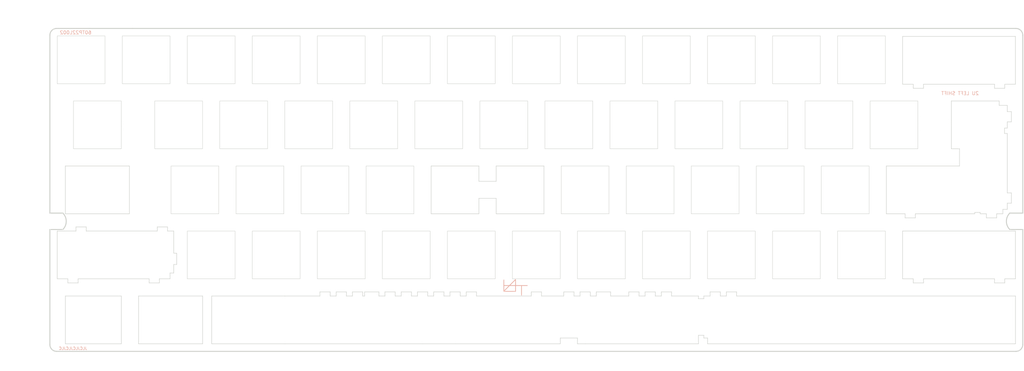
<source format=kicad_pcb>
(kicad_pcb (version 20211014) (generator pcbnew)
  (layers (0 "F.Cu" signal) (31 "B.Cu" signal) (34 "B.Paste" user) (35 "F.Paste" user) (36 "B.SilkS" user "B.Silkscreen") (37 "F.SilkS" user "F.Silkscreen") (38 "B.Mask" user) (39 "F.Mask" user) (44 "Edge.Cuts" user))
  (net 0 "")
  (net 1 "GND")
  (footprint "Keyboard_JP:1U_Plate" (layer "F.Cu") (at 145.25625 119.0625)
    (fp_text reference "1U_Plate")
    (fp_text value "1U_Plate")
    (fp_rect (start 7 7) (end -7 -7) (layer "Edge.Cuts") (width 0.12) (fill none))
  )
  (footprint "Keyboard_JP:Key_Plate_1U" (layer "F.Cu") (at 126.20625 61.9125)
    (fp_text reference "1U_Plate")
    (fp_text value "Key_Plate_1U")
    (fp_rect (start 7 7) (end -7 -7) (layer "Edge.Cuts") (width 0.12) (fill none))
  )
  (footprint "Keyboard_JP:Key_Plate_1U" (layer "F.Cu") (at 269.08125 80.9625)
    (fp_text reference "1U_Plate")
    (fp_text value "Key_Plate_1U")
    (fp_rect (start 7 7) (end -7 -7) (layer "Edge.Cuts") (width 0.12) (fill none))
  )
  (footprint "Keyboard_JP:1U_Plate" (layer "F.Cu") (at 126.20625 119.0625)
    (fp_text reference "1U_Plate")
    (fp_text value "1U_Plate")
    (fp_rect (start 7 7) (end -7 -7) (layer "Edge.Cuts") (width 0.12) (fill none))
  )
  (footprint "Keyboard_JP:1U_Plate" (layer "F.Cu") (at 164.30625 119.0625)
    (fp_text reference "1U_Plate")
    (fp_text value "1U_Plate")
    (fp_rect (start 7 7) (end -7 -7) (layer "Edge.Cuts") (width 0.12) (fill none))
  )
  (footprint "Keyboard_JP:Key_Plate_1U" (layer "F.Cu") (at 192.88125 80.9625)
    (fp_text reference "1U_Plate")
    (fp_text value "Key_Plate_1U")
    (fp_rect (start 7 7) (end -7 -7) (layer "Edge.Cuts") (width 0.12) (fill none))
  )
  (footprint "Keyboard_JP:1U_Plate" (layer "F.Cu") (at 278.60625 119.0625)
    (fp_text reference "1U_Plate")
    (fp_text value "1U_Plate")
    (fp_rect (start 7 7) (end -7 -7) (layer "Edge.Cuts") (width 0.12) (fill none))
  )
  (footprint "Keyboard_JP:Key_Plate_1U" (layer "F.Cu") (at 135.73125 80.9625)
    (fp_text reference "1U_Plate")
    (fp_text value "Key_Plate_1U")
    (fp_rect (start 7 7) (end -7 -7) (layer "Edge.Cuts") (width 0.12) (fill none))
  )
  (footprint "Keyboard_JP:Key_Plate_1U" (layer "F.Cu") (at 107.15625 61.9125)
    (fp_text reference "1U_Plate")
    (fp_text value "Key_Plate_1U")
    (fp_rect (start 7 7) (end -7 -7) (layer "Edge.Cuts") (width 0.12) (fill none))
  )
  (footprint "Keyboard_JP:Key_Plate_1U" (layer "F.Cu") (at 311.94375 100.0125)
    (fp_text reference "1U_Plate")
    (fp_text value "Key_Plate_1U")
    (fp_rect (start 7 7) (end -7 -7) (layer "Edge.Cuts") (width 0.12) (fill none))
  )
  (footprint "Keyboard_JP:1U_Plate" (layer "F.Cu") (at 183.35625 119.0625)
    (fp_text reference "1U_Plate")
    (fp_text value "1U_Plate")
    (fp_rect (start 7 7) (end -7 -7) (layer "Edge.Cuts") (width 0.12) (fill none))
  )
  (footprint "Keyboard_JP:Key_Plate_1U" (layer "F.Cu") (at 230.98125 80.9625)
    (fp_text reference "1U_Plate")
    (fp_text value "Key_Plate_1U")
    (fp_rect (start 7 7) (end -7 -7) (layer "Edge.Cuts") (width 0.12) (fill none))
  )
  (footprint "Keyboard_JP:Key_Plate_1U" (layer "F.Cu") (at 278.60625 61.9125)
    (fp_text reference "1U_Plate")
    (fp_text value "Key_Plate_1U")
    (fp_rect (start 7 7) (end -7 -7) (layer "Edge.Cuts") (width 0.12) (fill none))
  )
  (footprint "Keyboard_JP:Key_Plate_1U" (layer "F.Cu") (at 254.79375 100.0125)
    (fp_text reference "1U_Plate")
    (fp_text value "Key_Plate_1U")
    (fp_rect (start 7 7) (end -7 -7) (layer "Edge.Cuts") (width 0.12) (fill none))
  )
  (footprint "Keyboard_JP:Key_Plate_1U" (layer "F.Cu") (at 235.74375 100.0125)
    (fp_text reference "1U_Plate")
    (fp_text value "Key_Plate_1U")
    (fp_rect (start 7 7) (end -7 -7) (layer "Edge.Cuts") (width 0.12) (fill none))
  )
  (footprint "Keyboard_JP:Key_Plate_1U" (layer "F.Cu") (at 183.35625 61.9125)
    (fp_text reference "1U_Plate")
    (fp_text value "Key_Plate_1U")
    (fp_rect (start 7 7) (end -7 -7) (layer "Edge.Cuts") (width 0.12) (fill none))
  )
  (footprint "Keyboard_JP:Key_Plate_1U" (layer "F.Cu") (at 211.93125 80.9625)
    (fp_text reference "1U_Plate")
    (fp_text value "Key_Plate_1U")
    (fp_rect (start 7 7) (end -7 -7) (layer "Edge.Cuts") (width 0.12) (fill none))
  )
  (footprint "Keyboard_JP:Key_Plate_1U" (layer "F.Cu") (at 307.18125 80.9625)
    (fp_text reference "1U_Plate")
    (fp_text value "Key_Plate_1U")
    (fp_rect (start 7 7) (end -7 -7) (layer "Edge.Cuts") (width 0.12) (fill none))
  )
  (footprint "Keyboard_JP:Key_Plate_1U" (layer "F.Cu") (at 116.68125 80.9625)
    (fp_text reference "1U_Plate")
    (fp_text value "Key_Plate_1U")
    (fp_rect (start 7 7) (end -7 -7) (layer "Edge.Cuts") (width 0.12) (fill none))
  )
  (footprint "Keyboard_JP:60_plate_outline" (layer "F.Cu") (at 221.45625 100.0125)
    (fp_text reference "H1" hide)
    (fp_text value "MountingHole_Pad" hide)
    (fp_line (start 142.5 6.8) (end 142.5 -45.3) (layer "Edge.Cuts") (width 0.3))
    (fp_line (start 138.7 6.8) (end 142.5 6.8) (layer "Edge.Cuts") (width 0.3))
    (fp_line (start 140.5 -47.3) (end -118.3 -47.3) (layer "Edge.Cuts") (width 0.3))
    (fp_line (start -142.5 6.8) (end -142.5 -45.3) (layer "Edge.Cuts") (width 0.3))
    (fp_line (start -140.5 -47.3) (end -130.96875 -47.3) (layer "Edge.Cuts") (width 0.3))
    (fp_line (start -140.5 47.3) (end 140.5 47.3) (layer "Edge.Cuts") (width 0.3))
    (fp_line (start -142.5 45.3) (end -142.5 11.6) (layer "Edge.Cuts") (width 0.3))
    (fp_line (start 142.5 11.6) (end 142.5 45.3) (layer "Edge.Cuts") (width 0.3))
    (fp_line (start 138.7 11.6) (end 142.5 11.6) (layer "Edge.Cuts") (width 0.3))
    (fp_line (start -142.5 11.6) (end -138.7 11.6) (layer "Edge.Cuts") (width 0.3))
    (fp_line (start -138.7 6.8) (end -142.5 6.8) (layer "Edge.Cuts") (width 0.3))
    (fp_line (start -118.3 -47.3) (end -130.96875 -47.3) (layer "Edge.Cuts") (width 0.3))
    (fp_arc (start -142.5 -45.3) (mid -141.914214 -46.714214) (end -140.5 -47.3) (layer "Edge.Cuts") (width 0.3))
    (fp_arc (start 138.7 11.6) (mid 137.705887 9.2) (end 138.7 6.8) (layer "Edge.Cuts") (width 0.3))
    (fp_arc (start 140.5 -47.3) (mid 141.914214 -46.714214) (end 142.5 -45.3) (layer "Edge.Cuts") (width 0.3))
    (fp_arc (start -138.7 6.8) (mid -137.705887 9.2) (end -138.7 11.6) (layer "Edge.Cuts") (width 0.3))
    (fp_arc (start 142.5 45.3) (mid 141.914214 46.714214) (end 140.5 47.3) (layer "Edge.Cuts") (width 0.3))
    (fp_arc (start -140.5 47.3) (mid -141.914214 46.714214) (end -142.5 45.3) (layer "Edge.Cuts") (width 0.3))
    (pad "" np_thru_hole oval (at 116.68125 -19.4) (size 8.5 6) (drill oval 8.5 6) (layers F&B.Cu *.Mask))
    (pad "" np_thru_hole circle (at -117.299994 -19.400012) (size 7 7) (drill 7) (layers F&B.Cu *.Mask))
  )
  (footprint "Keyboard_JP:Key_Plate_1U" (layer "F.Cu") (at 145.25625 61.9125)
    (fp_text reference "1U_Plate")
    (fp_text value "Key_Plate_1U")
    (fp_rect (start 7 7) (end -7 -7) (layer "Edge.Cuts") (width 0.12) (fill none))
  )
  (footprint "Keyboard_JP:1U_Plate" (layer "F.Cu") (at 240.50625 119.0625)
    (fp_text reference "1U_Plate")
    (fp_text value "1U_Plate")
    (fp_rect (start 7 7) (end -7 -7) (layer "Edge.Cuts") (width 0.12) (fill none))
  )
  (footprint "Keyboard_JP:BS_plate_sprit_2u" (layer "F.Cu") (at 345.28125 61.9125)
    (fp_text reference "BS_PLATE_MULTI")
    (fp_text value "BS_plate_sprit_2u")
    (fp_line (start 13.40625 8.34375) (end 10.40625 8.34375) (layer "Edge.Cuts") (width 0.15))
    (fp_line (start -10.40625 7.14375) (end -10.40625 8.34375) (layer "Edge.Cuts") (width 0.15))
    (fp_line (start 13.40625 7.14375) (end 13.40625 8.34375) (layer "Edge.Cuts") (width 0.15))
    (fp_line (start -13.40625 8.34375) (end -13.40625 7.14375) (layer "Edge.Cuts") (width 0.15))
    (fp_line (start 10.40625 8.34375) (end 10.40625 7.14375) (layer "Edge.Cuts") (width 0.15))
    (fp_line (start 16.525 7.14375) (end 13.40625 7.14375) (layer "Edge.Cuts") (width 0.15))
    (fp_line (start -16.525 7.14375) (end -16.525 -6.85625) (layer "Edge.Cuts") (width 0.15))
    (fp_line (start -13.40625 7.14375) (end -16.525 7.14375) (layer "Edge.Cuts") (width 0.15))
    (fp_line (start -10.40625 8.34375) (end -13.40625 8.34375) (layer "Edge.Cuts") (width 0.15))
    (fp_line (start -16.525 -6.85625) (end 16.525 -6.85625) (layer "Edge.Cuts") (width 0.15))
    (fp_line (start 16.525 -6.85625) (end 16.525 7.14375) (layer "Edge.Cuts") (width 0.15))
    (fp_line (start 10.40625 7.14375) (end -10.40625 7.14375) (layer "Edge.Cuts") (width 0.15))
  )
  (footprint "Keyboard_JP:Key_Plate_1U" (layer "F.Cu") (at 316.70625 61.9125)
    (fp_text reference "1U_Plate")
    (fp_text value "Key_Plate_1U")
    (fp_rect (start 7 7) (end -7 -7) (layer "Edge.Cuts") (width 0.12) (fill none))
  )
  (footprint "Keyboard_JP:1U_Plate" (layer "F.Cu") (at 259.55625 119.0625)
    (fp_text reference "1U_Plate")
    (fp_text value "1U_Plate")
    (fp_rect (start 7 7) (end -7 -7) (layer "Edge.Cuts") (width 0.12) (fill none))
  )
  (footprint "Keyboard_JP:Key_Plate_1U" (layer "F.Cu") (at 154.78125 80.9625)
    (fp_text reference "1U_Plate")
    (fp_text value "Key_Plate_1U")
    (fp_rect (start 7 7) (end -7 -7) (layer "Edge.Cuts") (width 0.12) (fill none))
  )
  (footprint "Keyboard_JP:Key_Plate_1U" (layer "F.Cu") (at 297.65625 61.9125)
    (fp_text reference "1U_Plate")
    (fp_text value "Key_Plate_1U")
    (fp_rect (start 7 7) (end -7 -7) (layer "Edge.Cuts") (width 0.12) (fill none))
  )
  (footprint "Keyboard_JP:Key_Plate_1U" (layer "F.Cu") (at 173.83125 80.9625)
    (fp_text reference "1U_Plate")
    (fp_text value "Key_Plate_1U")
    (fp_rect (start 7 7) (end -7 -7) (layer "Edge.Cuts") (width 0.12) (fill none))
  )
  (footprint "Keyboard_JP:Key_Plate_1U" (layer "F.Cu") (at 240.50625 61.9125)
    (fp_text reference "1U_Plate")
    (fp_text value "Key_Plate_1U")
    (fp_rect (start 7 7) (end -7 -7) (layer "Edge.Cuts") (width 0.12) (fill none))
  )
  (footprint "Keyboard_JP:Key_Plate_1U" (layer "F.Cu") (at 178.59375 100.0125)
    (fp_text reference "1U_Plate")
    (fp_text value "Key_Plate_1U")
    (fp_rect (start 7 7) (end -7 -7) (layer "Edge.Cuts") (width 0.12) (fill none))
  )
  (footprint "Keyboard_JP:Key_Plate_1U" (layer "F.Cu") (at 121.44375 100.0125)
    (fp_text reference "1U_Plate")
    (fp_text value "Key_Plate_1U")
    (fp_rect (start 7 7) (end -7 -7) (layer "Edge.Cuts") (width 0.12) (fill none))
  )
  (footprint "Keyboard_JP:Key_Plate_1U" (layer "F.Cu") (at 250.03125 80.9625)
    (fp_text reference "1U_Plate")
    (fp_text value "Key_Plate_1U")
    (fp_rect (start 7 7) (end -7 -7) (layer "Edge.Cuts") (width 0.12) (fill none))
  )
  (footprint "Keyboard_JP:Key_Plate_1U" (layer "F.Cu") (at 92.86875 80.9625)
    (fp_text reference "1U_Plate")
    (fp_text value "Key_Plate_1U")
    (fp_rect (start 7 7) (end -7 -7) (layer "Edge.Cuts") (width 0.12) (fill none))
  )
  (footprint "Keyboard_JP:Key_Plate_1U" (layer "F.Cu") (at 221.45625 61.9125)
    (fp_text reference "1U_Plate")
    (fp_text value "Key_Plate_1U")
    (fp_rect (start 7 7) (end -7 -7) (layer "Edge.Cuts") (width 0.12) (fill none))
  )
  (footprint "Keyboard_JP:1U_Plate" (layer "F.Cu") (at 297.65625 119.0625)
    (fp_text reference "1U_Plate")
    (fp_text value "1U_Plate")
    (fp_rect (start 7 7) (end -7 -7) (layer "Edge.Cuts") (width 0.12) (fill none))
  )
  (footprint "Keyboard_JP:Key_Plate_1U" (layer "F.Cu") (at 140.49375 100.0125)
    (fp_text reference "1U_Plate")
    (fp_text value "Key_Plate_1U")
    (fp_rect (start 7 7) (end -7 -7) (layer "Edge.Cuts") (width 0.12) (fill none))
  )
  (footprint "Keyboard_JP:Key_Plate_1U" (layer "F.Cu") (at 259.55625 61.9125)
    (fp_text reference "1U_Plate")
    (fp_text value "Key_Plate_1U")
    (fp_rect (start 7 7) (end -7 -7) (layer "Edge.Cuts") (width 0.12) (fill none))
  )
  (footprint "Keyboard_JP:1U_Plate" (layer "F.Cu") (at 202.40625 119.0625)
    (fp_text reference "1U_Plate")
    (fp_text value "1U_Plate")
    (fp_rect (start 7 7) (end -7 -7) (layer "Edge.Cuts") (width 0.12) (fill none))
  )
  (footprint "Keyboard_JP:Key_Plate_1U" (layer "F.Cu") (at 292.89375 100.0125)
    (fp_text reference "1U_Plate")
    (fp_text value "Key_Plate_1U")
    (fp_rect (start 7 7) (end -7 -7) (layer "Edge.Cuts") (width 0.12) (fill none))
  )
  (footprint "Keyboard_JP:Key_Plate_1U" (layer "F.Cu") (at 159.54375 100.0125)
    (fp_text reference "1U_Plate")
    (fp_text value "Key_Plate_1U")
    (fp_rect (start 7 7) (end -7 -7) (layer "Edge.Cuts") (width 0.12) (fill none))
  )
  (footprint "Keyboard_JP:Key_Plate_1U" (layer "F.Cu") (at 88.10625 61.9125)
    (fp_text reference "1U_Plate")
    (fp_text value "Key_Plate_1U")
    (fp_rect (start 7 7) (end -7 -7) (layer "Edge.Cuts") (width 0.12) (fill none))
  )
  (footprint "Keyboard_JP:Key_Plate_1U" (layer "F.Cu") (at 326.23125 80.9625)
    (fp_text reference "1U_Plate")
    (fp_text value "Key_Plate_1U")
    (fp_rect (start 7 7) (end -7 -7) (layer "Edge.Cuts") (width 0.12) (fill none))
  )
  (footprint "Keyboard_JP:Key_Plate_1U" (layer "F.Cu") (at 288.13125 80.9625)
    (fp_text reference "1U_Plate")
    (fp_text value "Key_Plate_1U")
    (fp_rect (start 7 7) (end -7 -7) (layer "Edge.Cuts") (width 0.12) (fill none))
  )
  (footprint "Keyboard_JP:Key_Plate_1U" (layer "F.Cu") (at 164.30625 61.9125)
    (fp_text reference "1U_Plate")
    (fp_text value "Key_Plate_1U")
    (fp_rect (start 7 7) (end -7 -7) (layer "Edge.Cuts") (width 0.12) (fill none))
  )
  (footprint "Keyboard_JP:Key_Plate_1U" (layer "F.Cu") (at 273.84375 100.0125)
    (fp_text reference "1U_Plate")
    (fp_text value "Key_Plate_1U")
    (fp_rect (start 7 7) (end -7 -7) (layer "Edge.Cuts") (width 0.12) (fill none))
  )
  (footprint "Keyboard_JP:Key_Plate_1U" (layer "F.Cu") (at 202.40625 61.9125)
    (fp_text reference "1U_Plate")
    (fp_text value "Key_Plate_1U")
    (fp_rect (start 7 7) (end -7 -7) (layer "Edge.Cuts") (width 0.12) (fill none))
  )
  (footprint "Keyboard_JP:1U_Plate" (layer "F.Cu") (at 316.70625 119.0625)
    (fp_text reference "1U_Plate")
    (fp_text value "1U_Plate")
    (fp_rect (start 7 7) (end -7 -7) (layer "Edge.Cuts") (width 0.12) (fill none))
  )
  (footprint "Keyboard_JP:1U_Plate" (layer "F.Cu") (at 221.45625 119.0625)
    (fp_text reference "1U_Plate")
    (fp_text value "1U_Plate")
    (fp_rect (start 7 7) (end -7 -7) (layer "Edge.Cuts") (width 0.12) (fill none))
  )
  (footprint "Keyboard_JP:THUN_PCB_logo_mini" (layer "B.Cu") (at 215.503125 128.5875 180)
    (fp_text reference "THU_PCB_logo_mini")
    (fp_text value "LOGO" hide)
    (fp_poly (pts (xy 0.164126 2.407592) (xy 0.17039 2.40564) (xy 0.175634 2.401724) (xy 0.177638 2.399871) (xy 0.186771 2.392902) (xy 0.193065 2.390785) (xy 0.200574 2.390701) (xy 0.213121 2.388864) (xy 0.215 2.388497) (xy 0.227348 2.382764) (xy 0.245386 2.369629) (xy 0.268609 2.34954) (xy 0.296512 2.322945) (xy 0.328592 2.290294) (xy 0.345648 2.272258) (xy 0.351334 2.266423) (xy 0.363767 2.253851) (xy 0.382618 2.234871) (xy 0.407558 2.209812) (xy 0.438259 2.179004) (xy 0.47439 2.142775) (xy 0.515624 2.101455) (xy 0.561632 2.055373) (xy 0.612085 2.004859) (xy 0.666654 1.950241) (xy 0.72501 1.891848) (xy 0.786825 1.830011) (xy 0.851769 1.765058) (xy 0.919514 1.697318) (xy 0.98973 1.627121) (xy 1.06209 1.554796) (xy 1.136263 1.480672) (xy 1.161567 1.455389) (xy 1.954337 0.663277) (xy 2.700918 0.662789) (xy 2.7866 0.662745) (xy 2.869585 0.662727) (xy 2.949319 0.662734) (xy 3.025249 0.662765) (xy 3.096821 0.662818) (xy 3.163481 0.662893) (xy 3.224675 0.662988) (xy 3.279848 0.663103) (xy 3.328448 0.663236) (xy 3.369919 0.663387) (xy 3.403708 0.663555) (xy 3.429262 0.663738) (xy 3.446026 0.663935) (xy 3.453446 0.664145) (xy 3.45375 0.664186) (xy 3.454598 0.666251) (xy 3.455371 0.672171) (xy 3.456071 0.682336) (xy 3.456703 0.697133) (xy 3.457268 0.716953) (xy 3.457771 0.742183) (xy 3.458213 0.773213) (xy 3.458598 0.810431) (xy 3.458929 0.854228) (xy 3.459209 0.90499) (xy 3.459442 0.963109) (xy 3.459629 1.028971) (xy 3.459775 1.102967) (xy 3.459881 1.185485) (xy 3.459952 1.276915) (xy 3.459991 1.377644) (xy 3.46 1.465127) (xy 3.460018 1.553834) (xy 3.460073 1.639876) (xy 3.460162 1.722718) (xy 3.460282 1.801822) (xy 3.460433 1.876652) (xy 3.460612 1.946672) (xy 3.460817 2.011344) (xy 3.461045 2.070133) (xy 3.461296 2.122501) (xy 3.461566 2.167913) (xy 3.461855 2.205832) (xy 3.462159 2.23572) (xy 3.462477 2.257043) (xy 3.462807 2.269262) (xy 3.463034 2.272092) (xy 3.465168 2.274767) (xy 3.47007 2.276773) (xy 3.478993 2.278202) (xy 3.493191 2.279147) (xy 3.513915 2.2797) (xy 3.542418 2.279953) (xy 3.570534 2.280001) (xy 3.675 2.28) (xy 3.675555 2.265) (xy 3.67597 2.250439) (xy 3.676111 2.24) (xy 3.676109 2.021646) (xy 3.676102 1.813071) (xy 3.676091 1.614052) (xy 3.676074 1.424371) (xy 3.676051 1.243804) (xy 3.67602 1.072132) (xy 3.675982 0.909132) (xy 3.675935 0.754584) (xy 3.675878 0.608266) (xy 3.675812 0.469957) (xy 3.675735 0.339436) (xy 3.675647 0.216482) (xy 3.675547 0.100873) (xy 3.675434 -0.007611) (xy 3.675308 -0.109192) (xy 3.675168 -0.204092) (xy 3.675013 -0.292531) (xy 3.674842 -0.37473) (xy 3.674655 -0.450911) (xy 3.674451 -0.521295) (xy 3.67423 -0.586103) (xy 3.67399 -0.645557) (xy 3.673731 -0.699877) (xy 3.673452 -0.749285) (xy 3.673153 -0.794002) (xy 3.672833 -0.83425) (xy 3.672492 -0.870248) (xy 3.672127 -0.90222) (xy 3.67174 -0.930385) (xy 3.671328 -0.954965) (xy 3.670892 -0.976182) (xy 3.670431 -0.994256) (xy 3.669943 -1.009408) (xy 3.669429 -1.021861) (xy 3.668887 -1.031834) (xy 3.668318 -1.03955) (xy 3.667719 -1.04523) (xy 3.667091 -1.049094) (xy 3.666433 -1.051364) (xy 3.665744 -1.052262) (xy 3.665707 -1.052275) (xy 3.660311 -1.056063) (xy 3.656688 -1.064717) (xy 3.654105 -1.080385) (xy 3.653221 -1.088862) (xy 3.649176 -1.120275) (xy 3.643335 -1.144515) (xy 3.634908 -1.164355) (xy 3.628792 -1.174536) (xy 3.618617 -1.190108) (xy 3.607491 -1.207443) (xy 3.605 -1.211376) (xy 3.59586 -1.223572) (xy 3.585014 -1.231782) (xy 3.568914 -1.238435) (xy 3.5625 -1.240499) (xy 3.559566 -1.24134) (xy 3.556142 -1.242129) (xy 3.551912 -1.242868) (xy 3.54656 -1.243558) (xy 3.539772 -1.2442) (xy 3.531233 -1.244798) (xy 3.520627 -1.245352) (xy 3.507639 -1.245864) (xy 3.491954 -1.246336) (xy 3.473258 -1.246769) (xy 3.451234 -1.247166) (xy 3.425568 -1.247527) (xy 3.395945 -1.247856) (xy 3.362049 -1.248152) (xy 3.323566 -1.248418) (xy 3.28018 -1.248656) (xy 3.231576 -1.248867) (xy 3.17744 -1.249054) (xy 3.117455 -1.249217) (xy 3.051307 -1.249358) (xy 2.978681 -1.24948) (xy 2.899262 -1.249583) (xy 2.812734 -1.24967) (xy 2.718783 -1.249742) (xy 2.617092 -1.249801) (xy 2.507348 -1.249848) (xy 2.389235 -1.249886) (xy 2.262438 -1.249916) (xy 2.126642 -1.249939) (xy 1.981531 -1.249958) (xy 1.826791 -1.249974) (xy 1.798547 -1.249977) (xy 1.645888 -1.249977) (xy 1.498728 -1.249951) (xy 1.357298 -1.2499) (xy 1.221835 -1.249823) (xy 1.092571 -1.249721) (xy 0.96974 -1.249595) (xy 0.853576 -1.249445) (xy 0.744313 -1.249273) (xy 0.642185 -1.249078) (xy 0.547426 -1.248861) (xy 0.460269 -1.248623) (xy 0.380949 -1.248365) (xy 0.309699 -1.248087) (xy 0.246753 -1.247789) (xy 0.192344 -1.247473) (xy 0.146708 -1.247138) (xy 0.110077 -1.246786) (xy 0.082686 -1.246417) (xy 0.064768 -1.246031) (xy 0.056557 -1.24563) (xy 0.056047 -1.245526) (xy 0.046494 -1.238565) (xy 0.036605 -1.229209) (xy 0.03391 -1.225662) (xy 0.031447 -1.220783) (xy 0.029205 -1.214133) (xy 0.027173 -1.205278) (xy 0.025343 -1.193781) (xy 0.023703 -1.179205) (xy 0.022243 -1.161116) (xy 0.020954 -1.139077) (xy 0.019824 -1.112651) (xy 0.018843 -1.081403) (xy 0.018002 -1.044896) (xy 0.017735 -1.029091) (xy 0.228373 -1.029091) (xy 0.240436 -1.030795) (xy 0.247174 -1.031047) (xy 0.263362 -1.031276) (xy 0.288536 -1.031485) (xy 0.32223 -1.031672) (xy 0.363979 -1.03184) (xy 0.413318 -1.031987) (xy 0.469783 -1.032115) (xy 0.532909 -1.032224) (xy 0.60223 -1.032314) (xy 0.677281 -1.032387) (xy 0.757598 -1.032442) (xy 0.842716 -1.032479) (xy 0.932169 -1.0325) (xy 1.025493 -1.032505) (xy 1.122222 -1.032494) (xy 1.221892 -1.032468) (xy 1.324038 -1.032427) (xy 1.428194 -1.032372) (xy 1.533896 -1.032303) (xy 1.640679 -1.03222) (xy 1.748077 -1.032125) (xy 1.855627 -1.032017) (xy 1.962862 -1.031897) (xy 2.069318 -1.031765) (xy 2.17453 -1.031622) (xy 2.278033 -1.031469) (xy 2.379361 -1.031306) (xy 2.478051 -1.031132) (xy 2.573637 -1.03095) (xy 2.665653 -1.030758) (xy 2.753636 -1.030559) (xy 2.83712 -1.030351) (xy 2.91564 -1.030136) (xy 2.988731 -1.029915) (xy 3.055928 -1.029686) (xy 3.116766 -1.029452) (xy 3.17078 -1.029212) (xy 3.217506 -1.028967) (xy 3.256477 -1.028717) (xy 3.28723 -1.028464) (xy 3.3093 -1.028206) (xy 3.32222 -1.027945) (xy 3.325663 -1.027727) (xy 3.322245 -1.023849) (xy 3.31208 -1.013236) (xy 3.295495 -0.996218) (xy 3.272819 -0.973125) (xy 3.24438 -0.944289) (xy 3.210508 -0.910039) (xy 3.171529 -0.870706) (xy 3.127774 -0.82662) (xy 3.079569 -0.778113) (xy 3.066561 -0.765037) (xy 3.345327 -0.765037) (xy 3.346569 -0.767627) (xy 3.349362 -0.77125) (xy 3.35666 -0.779023) (xy 3.359917 -0.778989) (xy 3.36 -0.778112) (xy 3.356583 -0.773938) (xy 3.35125 -0.769362) (xy 3.345327 -0.765037) (xy 3.066561 -0.765037) (xy 3.027244 -0.725514) (xy 2.971126 -0.669154) (xy 2.911545 -0.609364) (xy 2.848828 -0.546474) (xy 2.818849 -0.516433) (xy 3.095805 -0.516433) (xy 3.097022 -0.519227) (xy 3.102057 -0.524595) (xy 3.104951 -0.523494) (xy 3.105 -0.522795) (xy 3.101448 -0.518566) (xy 3.099227 -0.517022) (xy 3.095805 -0.516433) (xy 2.818849 -0.516433) (xy 2.783304 -0.480814) (xy 2.715302 -0.412716) (xy 2.64515 -0.342509) (xy 2.591989 -0.289336) (xy 2.254084 0.048567) (xy 2.530805 0.048567) (xy 2.532022 0.045773) (xy 2.537057 0.040405) (xy 2.539951 0.041506) (xy 2.54 0.042205) (xy 2.536448 0.046434) (xy 2.534227 0.047978) (xy 2.530805 0.048567) (xy 2.254084 0.048567) (xy 2.159084 0.143567) (xy 2.435805 0.143567) (xy 2.437022 0.140773) (xy 2.442057 0.135405) (xy 2.444951 0.136506) (xy 2.445 0.137205) (xy 2.441448 0.141434) (xy 2.439227 0.142978) (xy 2.435805 0.143567) (xy 2.159084 0.143567) (xy 1.939083 0.363567) (xy 2.215805 0.363567) (xy 2.217022 0.360773) (xy 2.222057 0.355405) (xy 2.224951 0.356506) (xy 2.225 0.357205) (xy 2.221448 0.361434) (xy 2.219227 0.362978) (xy 2.215805 0.363567) (xy 1.939083 0.363567) (xy 1.861403 0.441247) (xy 2.18 0.441247) (xy 2.183423 0.437055) (xy 2.193234 0.426508) (xy 2.20874 0.410315) (xy 2.22925 0.389186) (xy 2.254073 0.363827) (xy 2.282517 0.33495) (xy 2.313892 0.303263) (xy 2.34625 0.270735) (xy 2.380073 0.236808) (xy 2.411902 0.204881) (xy 2.441007 0.175686) (xy 2.466657 0.149956) (xy 2.48812 0.128425) (xy 2.504667 0.111825) (xy 2.515567 0.10089) (xy 2.52 0.096441) (xy 2.535894 0.080496) (xy 2.557395 0.058965) (xy 2.584003 0.032346) (xy 2.61522 0.001138) (xy 2.650547 -0.034162) (xy 2.689484 -0.073057) (xy 2.731534 -0.115048) (xy 2.776196 -0.159639) (xy 2.822971 -0.20633) (xy 2.871362 -0.254626) (xy 2.920869 -0.304027) (xy 2.970992 -0.354037) (xy 3.021234 -0.404157) (xy 3.071095 -0.45389) (xy 3.120076 -0.502738) (xy 3.167678 -0.550204) (xy 3.213402 -0.595789) (xy 3.25675 -0.638997) (xy 3.297222 -0.679329) (xy 3.334319 -0.716287) (xy 3.367542 -0.749375) (xy 3.396393 -0.778094) (xy 3.420373 -0.801946) (xy 3.438982 -0.820434) (xy 3.451722 -0.833061) (xy 3.458093 -0.839327) (xy 3.45875 -0.839943) (xy 3.458904 -0.835049) (xy 3.459053 -0.820745) (xy 3.459195 -0.797622) (xy 3.459329 -0.76627) (xy 3.459454 -0.72728) (xy 3.45957 -0.681242) (xy 3.459674 -0.628747) (xy 3.459766 -0.570385) (xy 3.459844 -0.506747) (xy 3.459908 -0.438423) (xy 3.459956 -0.366003) (xy 3.459986 -0.290079) (xy 3.459999 -0.21124) (xy 3.46 -0.1975) (xy 3.46 0.445) (xy 2.82 0.445) (xy 2.740877 0.444972) (xy 2.664568 0.444888) (xy 2.591664 0.444752) (xy 2.522758 0.444568) (xy 2.458441 0.44434) (xy 2.399304 0.44407) (xy 2.34594 0.443762) (xy 2.298939 0.44342) (xy 2.258894 0.443047) (xy 2.226397 0.442646) (xy 2.202038 0.442222) (xy 2.18641 0.441777) (xy 2.180105 0.441315) (xy 2.18 0.441247) (xy 1.861403 0.441247) (xy 1.85765 0.445) (xy 0.235 0.445) (xy 0.234995 -0.01125) (xy 0.234953 -0.086294) (xy 0.234834 -0.164483) (xy 0.234643 -0.244404) (xy 0.234387 -0.324646) (xy 0.234073 -0.403797) (xy 0.233707 -0.480446) (xy 0.233295 -0.553182) (xy 0.232843 -0.620592) (xy 0.232358 -0.681266) (xy 0.231846 -0.733792) (xy 0.231681 -0.748295) (xy 0.228373 -1.029091) (xy 0.017735 -1.029091) (xy 0.01729 -1.002695) (xy 0.016697 -0.954364) (xy 0.016213 -0.899465) (xy 0.015826 -0.837564) (xy 0.015528 -0.768224) (xy 0.015308 -0.69101) (xy 0.015155 -0.605484) (xy 0.01506 -0.511211) (xy 0.015011 -0.407754) (xy 0.015 -0.309602) (xy 0.015 0.445) (xy -1.515 0.445) (xy -1.515 -0.894663) (xy -1.515002 -1.031561) (xy -1.515008 -1.158813) (xy -1.515022 -1.27677) (xy -1.515045 -1.385786) (xy -1.51508 -1.486214) (xy -1.51513 -1.578406) (xy -1.515196 -1.662716) (xy -1.515282 -1.739496) (xy -1.51539 -1.8091) (xy -1.515521 -1.87188) (xy -1.51568 -1.928189) (xy -1.515867 -1.97838) (xy -1.516085 -2.022806) (xy -1.516338 -2.06182) (xy -1.516626 -2.095775) (xy -1.516954 -2.125023) (xy -1.517322 -2.149919) (xy -1.517734 -2.170814) (xy -1.518192 -2.188061) (xy -1.518698 -2.202014) (xy -1.519254 -2.213025) (xy -1.519864 -2.221448) (xy -1.52053 -2.227635) (xy -1.521253 -2.231938) (xy -1.522037 -2.234712) (xy -1.522884 -2.236309) (xy -1.523796 -2.237082) (xy -1.524206 -2.237247) (xy -1.529026 -2.240607) (xy -1.532691 -2.248382) (xy -1.535785 -2.26244) (xy -1.538829 -2.284176) (xy -1.544139 -2.315358) (xy -1.551483 -2.341257) (xy -1.560321 -2.360618) (xy -1.570114 -2.372188) (xy -1.577886 -2.375) (xy -1.589713 -2.376913) (xy -1.604517 -2.381607) (xy -1.606729 -2.3825) (xy -1.624798 -2.3885) (xy -1.639836 -2.388884) (xy -1.654735 -2.382981) (xy -1.672389 -2.370124) (xy -1.676983 -2.36625) (xy -1.690635 -2.353371) (xy -1.70058 -2.341742) (xy -1.704818 -2.333725) (xy -1.704851 -2.333301) (xy -1.708623 -2.32356) (xy -1.71625 -2.314993) (xy -1.7275 -2.305883) (xy -1.728774 -0.931691) (xy -1.730048 0.4425) (xy -2.511274 0.443657) (xy -2.599737 0.443788) (xy -2.685993 0.443916) (xy -2.769463 0.444041) (xy -2.849566 0.44416) (xy -2.925722 0.444274) (xy -2.997348 0.444381) (xy -3.063866 0.444481) (xy -3.124694 0.444573) (xy -3.179252 0.444656) (xy -3.226959 0.444728) (xy -3.267234 0.44479) (xy -3.299497 0.44484) (xy -3.323166 0.444877) (xy -3.337663 0.444901) (xy -3.340893 0.444907) (xy -3.366679 0.445484) (xy -3.383889 0.447216) (xy -3.393902 0.450281) (xy -3.396366 0.45208) (xy -3.399195 0.457604) (xy -3.401536 0.468673) (xy -3.403505 0.486372) (xy -3.40522 0.511787) (xy -3.406797 0.546002) (xy -3.406961 0.550175) (xy -3.407929 0.579332) (xy -3.40848 0.604939) (xy -3.408602 0.625365) (xy -3.408284 0.638974) (xy -3.407574 0.644093) (xy -3.401136 0.646152) (xy -3.388789 0.647632) (xy -3.385141 0.647836) (xy -3.370544 0.650187) (xy -3.359584 0.654906) (xy -3.358296 0.655991) (xy -3.356724 0.656668) (xy -3.353203 0.657302) (xy -3.347428 0.657894) (xy -3.339095 0.658446) (xy -3.327899 0.65896) (xy -3.313537 0.659436) (xy -3.295704 0.659875) (xy -3.274095 0.660279) (xy -3.248406 0.660649) (xy -3.218333 0.660986) (xy -3.183571 0.661292) (xy -3.143817 0.661567) (xy -3.098765 0.661814) (xy -3.048111 0.662033) (xy -2.991552 0.662225) (xy -2.928783 0.662392) (xy -2.859498 0.662535) (xy -2.783395 0.662655) (xy -2.700169 0.662754) (xy -2.609515 0.662833) (xy -2.511128 0.662892) (xy -2.404706 0.662934) (xy -2.289943 0.662959) (xy -2.166534 0.662969) (xy -2.034177 0.662965) (xy -1.892565 0.662948) (xy -1.741396 0.662919) (xy -1.669855 0.662903) (xy -1.492641 0.662875) (xy -1.325217 0.66288) (xy -1.167597 0.662916) (xy -1.019792 0.662985) (xy -0.881813 0.663086) (xy -0.753673 0.663218) (xy -0.635384 0.663383) (xy -0.526959 0.663579) (xy -0.428408 0.663807) (xy -0.339744 0.664067) (xy -0.260979 0.664359) (xy -0.192125 0.664683) (xy -0.133194 0.665038) (xy -0.084198 0.665425) (xy -0.04515 0.665844) (xy -0.01606 0.666294) (xy 0.003058 0.666776) (xy 0.012193 0.667289) (xy 0.013048 0.6675) (xy 0.013254 0.672965) (xy 0.013477 0.687906) (xy 0.013715 0.711797) (xy 0.013965 0.744114) (xy 0.014226 0.784334) (xy 0.014494 0.83193) (xy 0.014768 0.88638) (xy 0.015045 0.947157) (xy 0.015322 1.013739) (xy 0.015598 1.085599) (xy 0.015869 1.162214) (xy 0.016134 1.243059) (xy 0.01639 1.327609) (xy 0.016634 1.415341) (xy 0.016851 1.5) (xy 0.017075 1.590433) (xy 0.017297 1.678294) (xy 0.017515 1.763049) (xy 0.017729 1.844164) (xy 0.017936 1.921105) (xy 0.018135 1.993339) (xy 0.018324 2.060331) (xy 0.018345 2.067367) (xy 0.235 2.067367) (xy 0.235 1.36655) (xy 0.235005 1.268644) (xy 0.235027 1.180254) (xy 0.235069 1.100895) (xy 0.235138 1.030083) (xy 0.235241 0.967333) (xy 0.235382 0.912161) (xy 0.235567 0.864083) (xy 0.235802 0.822614) (xy 0.236094 0.78727) (xy 0.236447 0.757566) (xy 0.236868 0.733018) (xy 0.237362 0.713142) (xy 0.237935 0.697453) (xy 0.238593 0.685467) (xy 0.239342 0.676699) (xy 0.240187 0.670665) (xy 0.241135 0.666881) (xy 0.242191 0.664862) (xy 0.24336 0.664124) (xy 0.243395 0.664117) (xy 0.25 0.663795) (xy 0.265789 0.663513) (xy 0.290068 0.66327) (xy 0.322144 0.663066) (xy 0.361325 0.662899) (xy 0.406918 0.662767) (xy 0.458231 0.66267) (xy 0.51457 0.662606) (xy 0.575243 0.662575) (xy 0.639557 0.662573) (xy 0.70682 0.662602) (xy 0.776338 0.662658) (xy 0.847419 0.662742) (xy 0.919371 0.662851) (xy 0.9915 0.662985) (xy 1.063114 0.663142) (xy 1.13352 0.663321) (xy 1.202025 0.663521) (xy 1.267937 0.66374) (xy 1.330563 0.663977) (xy 1.38921 0.664232) (xy 1.443186 0.664502) (xy 1.491797 0.664787) (xy 1.534351 0.665085) (xy 1.570156 0.665394) (xy 1.598518 0.665715) (xy 1.618745 0.666045) (xy 1.630143 0.666383) (xy 1.6325 0.666622) (xy 1.629023 0.670404) (xy 1.618832 0.680894) (xy 1.602286 0.69773) (xy 1.579747 0.720553) (xy 1.551573 0.749) (xy 1.518125 0.782711) (xy 1.479761 0.821326) (xy 1.436843 0.864484) (xy 1.389731 0.911823) (xy 1.363098 0.938567) (xy 1.640805 0.938567) (xy 1.642022 0.935773) (xy 1.647057 0.930405) (xy 1.649951 0.931506) (xy 1.65 0.932205) (xy 1.646448 0.936434) (xy 1.644227 0.937978) (xy 1.640805 0.938567) (xy 1.363098 0.938567) (xy 1.338783 0.962984) (xy 1.28436 1.017605) (xy 1.226821 1.075325) (xy 1.166527 1.135784) (xy 1.103838 1.19862) (xy 1.039113 1.263474) (xy 1.000151 1.3025) (xy 1.2775 1.3025) (xy 1.287024 1.29125) (xy 1.29589 1.281803) (xy 1.299751 1.280439) (xy 1.3 1.281726) (xy 1.296628 1.285809) (xy 1.28875 1.292976) (xy 1.2775 1.3025) (xy 1.000151 1.3025) (xy 0.972712 1.329984) (xy 0.904995 1.39779) (xy 0.836322 1.46653) (xy 0.767053 1.535844) (xy 0.697548 1.605371) (xy 0.628166 1.67475) (xy 0.559267 1.743621) (xy 0.491212 1.811623) (xy 0.42436 1.878394) (xy 0.359071 1.943575) (xy 0.305098 1.997434) (xy 0.254914 2.0475) (xy 0.5325 2.0475) (xy 0.542024 2.03625) (xy 0.55089 2.026803) (xy 0.554751 2.025439) (xy 0.555 2.026726) (xy 0.551628 2.030809) (xy 0.54375 2.037976) (xy 0.5325 2.0475) (xy 0.254914 2.0475) (xy 0.235 2.067367) (xy 0.018345 2.067367) (xy 0.018503 2.121549) (xy 0.018668 2.176458) (xy 0.01882 2.224525) (xy 0.018821 2.224963) (xy 0.355327 2.224963) (xy 0.356569 2.222373) (xy 0.359362 2.21875) (xy 0.36666 2.210977) (xy 0.369917 2.211011) (xy 0.37 2.211888) (xy 0.366583 2.216062) (xy 0.36125 2.220638) (xy 0.355327 2.224963) (xy 0.018821 2.224963) (xy 0.018955 2.265216) (xy 0.019053 2.2925) (xy 0.285 2.2925) (xy 0.2875 2.29) (xy 0.29 2.2925) (xy 0.2875 2.295) (xy 0.285 2.2925) (xy 0.019053 2.2925) (xy 0.019073 2.297996) (xy 0.019172 2.322333) (xy 0.019251 2.337692) (xy 0.019304 2.343427) (xy 0.022502 2.357402) (xy 0.02849 2.364255) (xy 0.0355 2.372758) (xy 0.037375 2.380829) (xy 0.039621 2.389538) (xy 0.04798 2.393293) (xy 0.0525 2.393853) (xy 0.0639 2.395181) (xy 0.082162 2.397632) (xy 0.104266 2.400794) (xy 0.117072 2.402702) (xy 0.139683 2.40602) (xy 0.154629 2.407684)) (layer "B.SilkS") (width 0) (fill solid))
  )
  (gr_line locked (start 229.5 131.1) (end 229.5 129.9) (layer "Edge.Cuts") (width 0.15))
  (gr_line locked (start 123.7 145.1) (end 123.7 131.1) (layer "Edge.Cuts") (width 0.15))
  (gr_line locked (start 271.625014 143.399989) (end 270.5375 143.4) (layer "Edge.Cuts") (width 0.15))
  (gr_line (start 360.625 100.89375) (end 360.625 103.89375) (layer "Edge.Cuts") (width 0.15))
  (gr_line (start 358.625 81.90625) (end 358.625 83.4875) (layer "Edge.Cuts") (width 0.15))
  (gr_line (start 343.04375 73.9625) (end 357.04375 73.9625) (layer "Edge.Cuts") (width 0.15))
  (gr_line locked (start 184.875 129.9) (end 184.875 131.1) (layer "Edge.Cuts") (width 0.15))
  (gr_line locked (start 229.5 129.9) (end 232.5 129.9) (layer "Edge.Cuts") (width 0.15))
  (gr_line locked (start 270.5375 131.1) (end 272.3625 131.1) (layer "Edge.Cuts") (width 0.15))
  (gr_line (start 359.425 81.90625) (end 358.625 81.90625) (layer "Edge.Cuts") (width 0.15))
  (gr_line (start 359.425 103.89375) (end 359.425 105.71875) (layer "Edge.Cuts") (width 0.15))
  (gr_line (start 114.15625 124.3625) (end 115.24375 124.3625) (layer "Edge.Cuts") (width 0.15))
  (gr_line locked (start 232.5 129.9) (end 232.5 131.1) (layer "Edge.Cuts") (width 0.15))
  (gr_line locked (start 232.5 131.1) (end 234.2625 131.1) (layer "Edge.Cuts") (width 0.15))
  (gr_line (start 209.69375 102.5) (end 204.64375 102.5) (layer "Edge.Cuts") (width 0.15))
  (gr_line (start 329.49375 107.0125) (end 323.99375 107.0125) (layer "Edge.Cuts") (width 0.15))
  (gr_line (start 359.425 80.08125) (end 359.425 81.90625) (layer "Edge.Cuts") (width 0.15))
  (gr_line (start 323.99375 93.0125) (end 345.425 93.0125) (layer "Edge.Cuts") (width 0.15))
  (gr_line locked (start 268.95625 131.9) (end 270.5375 131.9) (layer "Edge.Cuts") (width 0.15))
  (gr_line locked (start 99.8875 145.1) (end 99.8875 131.1) (layer "Edge.Cuts") (width 0.15))
  (gr_line (start 361.80625 112.0625) (end 328.75625 112.0625) (layer "Edge.Cuts") (width 0.15))
  (gr_line (start 115.24375 121.8625) (end 116.11875 121.8625) (layer "Edge.Cuts") (width 0.15))
  (gr_line (start 360.625 103.89375) (end 359.425 103.89375) (layer "Edge.Cuts") (width 0.15))
  (gr_line locked (start 270.5375 142.6) (end 268.95625 142.6) (layer "Edge.Cuts") (width 0.15))
  (gr_line locked (start 126.36875 145.1) (end 126.36875 131.1) (layer "Edge.Cuts") (width 0.15))
  (gr_line (start 329.49375 108.2125) (end 329.49375 107.0125) (layer "Edge.Cuts") (width 0.15))
  (gr_line locked (start 200.925 131.1) (end 200.925 129.9) (layer "Edge.Cuts") (width 0.15))
  (gr_line locked (start 268.95625 142.6) (end 268.95625 145.1) (layer "Edge.Cuts") (width 0.15))
  (gr_line (start 359.425 97.4875) (end 359.425 99.06875) (layer "Edge.Cuts") (width 0.15))
  (gr_line (start 115.24375 124.3625) (end 115.24375 121.8625) (layer "Edge.Cuts") (width 0.15))
  (gr_line (start 359.425 75.25625) (end 359.425 77.08125) (layer "Edge.Cuts") (width 0.15))
  (gr_line (start 353.30625 107.0125) (end 351.48125 107.0125) (layer "Edge.Cuts") (width 0.15))
  (gr_line (start 351.48125 106.6125) (end 349.9 106.6125) (layer "Edge.Cuts") (width 0.15))
  (gr_line (start 351.48125 107.0125) (end 351.48125 106.6125) (layer "Edge.Cuts") (width 0.15))
  (gr_line locked (start 203.925 131.1) (end 219.975 131.1) (layer "Edge.Cuts") (width 0.15))
  (gr_line locked (start 272.3625 129.9) (end 275.3625 129.9) (layer "Edge.Cuts") (width 0.15))
  (gr_line (start 209.69375 107.0125) (end 209.69375 102.5) (layer "Edge.Cuts") (width 0.15))
  (gr_line (start 355.6875 127.2625) (end 358.6875 127.2625) (layer "Edge.Cuts") (width 0.15))
  (gr_line (start 343.04375 87.9625) (end 345.425 87.9625) (layer "Edge.Cuts") (width 0.15))
  (gr_line (start 86.60625 112.0625) (end 81.10625 112.0625) (layer "Edge.Cuts") (width 0.15))
  (gr_line locked (start 165.825 129.9) (end 165.825 131.1) (layer "Edge.Cuts") (width 0.15))
  (gr_line (start 233.50625 143.399989) (end 228.475011 143.399989) (layer "Edge.Cuts") (width 0.15))
  (gr_line locked (start 158.0625 131.1) (end 158.0625 129.9) (layer "Edge.Cuts") (width 0.15))
  (gr_line locked (start 186.6375 129.9) (end 189.6375 129.9) (layer "Edge.Cuts") (width 0.15))
  (gr_line locked (start 261.075 131.1) (end 268.95625 131.1) (layer "Edge.Cuts") (width 0.15))
  (gr_line (start 111.0375 127.2625) (end 111.0375 126.0625) (layer "Edge.Cuts") (width 0.15))
  (gr_line locked (start 167.5875 131.1) (end 167.5875 129.9) (layer "Edge.Cuts") (width 0.15))
  (gr_line (start 358.13125 107.0125) (end 356.30625 107.0125) (layer "Edge.Cuts") (width 0.15))
  (gr_line locked (start 272.3625 131.1) (end 272.3625 129.9) (layer "Edge.Cuts") (width 0.15))
  (gr_line locked (start 104.9375 145.1) (end 123.7 145.1) (layer "Edge.Cuts") (width 0.15))
  (gr_line locked (start 361.825 145.1) (end 271.625 145.1) (layer "Edge.Cuts") (width 0.15))
  (gr_line (start 359.425 77.08125) (end 360.625 77.08125) (layer "Edge.Cuts") (width 0.15))
  (gr_line locked (start 191.4 131.1) (end 191.4 129.9) (layer "Edge.Cuts") (width 0.15))
  (gr_line locked (start 181.875 129.9) (end 184.875 129.9) (layer "Edge.Cuts") (width 0.15))
  (gr_line locked (start 277.125 131.1) (end 277.125 129.9) (layer "Edge.Cuts") (width 0.15))
  (gr_line locked (start 271.625014 145.100011) (end 271.625014 143.399989) (layer "Edge.Cuts") (width 0.15))
  (gr_line (start 358.625 83.4875) (end 359.425 83.4875) (layer "Edge.Cuts") (width 0.15))
  (gr_line locked (start 361.825 131.1) (end 361.825 145.1) (layer "Edge.Cuts") (width 0.15))
  (gr_line locked (start 253.3125 129.9) (end 256.3125 129.9) (layer "Edge.Cuts") (width 0.15))
  (gr_line (start 116.11875 121.8625) (end 116.11875 118.5625) (layer "Edge.Cuts") (width 0.15))
  (gr_line (start 328.75625 112.0625) (end 328.75625 126.0625) (layer "Edge.Cuts") (width 0.15))
  (gr_line (start 349.9 106.6125) (end 349.9 107.0125) (layer "Edge.Cuts") (width 0.15))
  (gr_line locked (start 258.075 131.1) (end 258.075 129.9) (layer "Edge.Cuts") (width 0.15))
  (gr_line (start 84.225 127.2625) (end 87.225 127.2625) (layer "Edge.Cuts") (width 0.15))
  (gr_line (start 358.13125 107.0125) (end 358.13125 105.71875) (layer "Edge.Cuts") (width 0.15))
  (gr_line locked (start 270.5375 143.4) (end 270.5375 142.6) (layer "Edge.Cuts") (width 0.15))
  (gr_line (start 108.0375 127.2625) (end 111.0375 127.2625) (layer "Edge.Cuts") (width 0.15))
  (gr_line locked (start 158.0625 129.9) (end 161.0625 129.9) (layer "Edge.Cuts") (width 0.15))
  (gr_line (start 108.0375 126.0625) (end 108.0375 127.2625) (layer "Edge.Cuts") (width 0.15))
  (gr_line locked (start 189.6375 129.9) (end 189.6375 131.1) (layer "Edge.Cuts") (width 0.15))
  (gr_line (start 331.875 126.0625) (end 331.875 127.2625) (layer "Edge.Cuts") (width 0.15))
  (gr_line locked (start 219.975 131.1) (end 219.975 129.9) (layer "Edge.Cuts") (width 0.15))
  (gr_line locked (start 275.3625 131.1) (end 277.125 131.1) (layer "Edge.Cuts") (width 0.15))
  (gr_line locked (start 171.159375 129.9) (end 175.35 129.9) (layer "Edge.Cuts") (width 0.15))
  (gr_line locked (start 83.50625 145.1) (end 99.8875 145.1) (layer "Edge.Cuts") (width 0.15))
  (gr_line locked (start 162.825 131.1) (end 162.825 129.9) (layer "Edge.Cuts") (width 0.15))
  (gr_line (start 83.4875 107.0125) (end 83.4875 93.0125) (layer "Edge.Cuts") (width 0.15))
  (gr_line (start 357.04375 73.9625) (end 357.04375 75.25625) (layer "Edge.Cuts") (width 0.15))
  (gr_line (start 359.425 99.06875) (end 359.425 100.89375) (layer "Edge.Cuts") (width 0.15))
  (gr_line (start 89.60625 112.0625) (end 89.60625 110.8625) (layer "Edge.Cuts") (width 0.15))
  (gr_line locked (start 253.3125 131.1) (end 253.3125 129.9) (layer "Edge.Cuts") (width 0.15))
  (gr_line (start 89.60625 110.8625) (end 86.60625 110.8625) (layer "Edge.Cuts") (width 0.15))
  (gr_line (start 331.875 127.2625) (end 334.875 127.2625) (layer "Edge.Cuts") (width 0.15))
  (gr_line locked (start 147.8 145.1) (end 126.36875 145.1) (layer "Edge.Cuts") (width 0.15))
  (gr_line (start 360.625 80.08125) (end 359.425 80.08125) (layer "Edge.Cuts") (width 0.15))
  (gr_line locked (start 251.55 131.1) (end 253.3125 131.1) (layer "Edge.Cuts") (width 0.15))
  (gr_line (start 359.425 105.71875) (end 358.13125 105.71875) (layer "Edge.Cuts") (width 0.15))
  (gr_line (start 359.425 75.25625) (end 357.04375 75.25625) (layer "Edge.Cuts") (width 0.15))
  (gr_line locked (start 243.215625 131.1) (end 248.55 131.1) (layer "Edge.Cuts") (width 0.15))
  (gr_line locked (start 196.1625 129.9) (end 199.1625 129.9) (layer "Edge.Cuts") (width 0.15))
  (gr_line (start 110.41875 112.0625) (end 89.60625 112.0625) (layer "Edge.Cuts") (width 0.15))
  (gr_line locked (start 237.2625 129.9) (end 237.2625 131.1) (layer "Edge.Cuts") (width 0.15))
  (gr_line locked (start 228.475 145.1) (end 197.80625 145.1) (layer "Edge.Cuts") (width 0.15))
  (gr_line (start 84.225 126.0625) (end 84.225 127.2625) (layer "Edge.Cuts") (width 0.15))
  (gr_line (start 190.64375 107.0125) (end 190.64375 93.0125) (layer "Edge.Cuts") (width 0.15))
  (gr_line (start 233.50625 143.399989) (end 233.50625 145.1) (layer "Edge.Cuts") (width 0.15))
  (gr_line (start 102.25 107.0125) (end 83.4875 107.0125) (layer "Edge.Cuts") (width 0.15))
  (gr_line (start 204.64375 93.0125) (end 204.64375 97.5) (layer "Edge.Cuts") (width 0.15))
  (gr_line locked (start 275.3625 129.9) (end 275.3625 131.1) (layer "Edge.Cuts") (width 0.15))
  (gr_line (start 358.6875 126.0625) (end 361.80625 126.0625) (layer "Edge.Cuts") (width 0.15))
  (gr_line (start 111.0375 126.0625) (end 114.15625 126.0625) (layer "Edge.Cuts") (width 0.15))
  (gr_line (start 86.60625 110.8625) (end 86.60625 112.0625) (layer "Edge.Cuts") (width 0.15))
  (gr_line locked (start 104.9375 131.1) (end 104.9375 145.1) (layer "Edge.Cuts") (width 0.15))
  (gr_line locked (start 243.215625 129.9) (end 243.215625 131.1) (layer "Edge.Cuts") (width 0.15))
  (gr_line (start 81.10625 112.0625) (end 81.10625 126.0625) (layer "Edge.Cuts") (width 0.15))
  (gr_line (start 209.69375 97.5) (end 209.69375 93.0125) (layer "Edge.Cuts") (width 0.15))
  (gr_line locked (start 239.025 129.9) (end 243.215625 129.9) (layer "Edge.Cuts") (width 0.15))
  (gr_line (start 113.41875 110.8625) (end 110.41875 110.8625) (layer "Edge.Cuts") (width 0.15))
  (gr_line locked (start 268.95625 145.1) (end 235.90625 145.1) (layer "Edge.Cuts") (width 0.15))
  (gr_line (start 359.425 83.4875) (end 359.425 97.4875) (layer "Edge.Cuts") (width 0.15))
  (gr_line locked (start 189.6375 131.1) (end 191.4 131.1) (layer "Edge.Cuts") (width 0.15))
  (gr_line locked (start 222.975 129.9) (end 222.975 131.1) (layer "Edge.Cuts") (width 0.15))
  (gr_line locked (start 161.0625 129.9) (end 161.0625 131.1) (layer "Edge.Cuts") (width 0.15))
  (gr_line locked (start 280.125 131.1) (end 361.825 131.1) (layer "Edge.Cuts") (width 0.15))
  (gr_line locked (start 170.5875 129.9) (end 170.5875 131.1) (layer "Edge.Cuts") (width 0.15))
  (gr_line (start 328.75625 126.0625) (end 331.875 126.0625) (layer "Edge.Cuts") (width 0.15))
  (gr_line locked (start 261.075 129.9) (end 261.075 131.1) (layer "Edge.Cuts") (width 0.15))
  (gr_line (start 209.69375 93.0125) (end 223.69375 93.0125) (layer "Edge.Cuts") (width 0.15))
  (gr_line locked (start 258.075 129.9) (end 261.075 129.9) (layer "Edge.Cuts") (width 0.15))
  (gr_line (start 334.875 126.0625) (end 355.6875 126.0625) (layer "Edge.Cuts") (width 0.15))
  (gr_line (start 332.49375 108.2125) (end 329.49375 108.2125) (layer "Edge.Cuts") (width 0.15))
  (gr_line (start 345.425 93.0125) (end 345.425 87.9625) (layer "Edge.Cuts") (width 0.15))
  (gr_line (start 116.11875 118.5625) (end 115.24375 118.5625) (layer "Edge.Cuts") (width 0.15))
  (gr_line locked (start 177.1125 131.1) (end 177.1125 129.9) (layer "Edge.Cuts") (width 0.15))
  (gr_line locked (start 147.8 131.1) (end 126.36875 131.1) (layer "Edge.Cuts") (width 0.15))
  (gr_line locked (start 248.55 131.1) (end 248.55 129.9) (layer "Edge.Cuts") (width 0.15))
  (gr_line locked (start 165.825 131.1) (end 167.5875 131.1) (layer "Edge.Cuts") (width 0.15))
  (gr_line locked (start 268.95625 131.1) (end 268.95625 131.9) (layer "Edge.Cuts") (width 0.15))
  (gr_line (start 359.425 100.89375) (end 360.625 100.89375) (layer "Edge.Cuts") (width 0.15))
  (gr_line (start 204.64375 97.5) (end 209.69375 97.5) (layer "Edge.Cuts") (width 0.15))
  (gr_line locked (start 171.159375 131.1) (end 170.5875 131.1) (layer "Edge.Cuts") (width 0.15))
  (gr_line (start 360.625 77.08125) (end 360.625 80.08125) (layer "Edge.Cuts") (width 0.15))
  (gr_line (start 115.24375 118.5625) (end 115.24375 112.0625) (layer "Edge.Cuts") (width 0.15))
  (gr_line locked (start 270.5375 131.9) (end 270.5375 131.1) (layer "Edge.Cuts") (width 0.15))
  (gr_line locked (start 191.4 129.9) (end 194.4 129.9) (layer "Edge.Cuts") (width 0.15))
  (gr_line (start 361.80625 126.0625) (end 361.80625 112.0625) (layer "Edge.Cuts") (width 0.15))
  (gr_line locked (start 161.0625 131.1) (end 162.825 131.1) (layer "Edge.Cuts") (width 0.15))
  (gr_line (start 356.30625 108.2125) (end 353.30625 108.2125) (layer "Edge.Cuts") (width 0.15))
  (gr_line (start 114.15625 126.0625) (end 114.15625 124.3625) (layer "Edge.Cuts") (width 0.15))
  (gr_line locked (start 228.475011 145.100011) (end 228.475011 143.399989) (layer "Edge.Cuts") (width 0.15))
  (gr_line (start 204.64375 102.5) (end 204.64375 107.0125) (layer "Edge.Cuts") (width 0.15))
  (gr_line locked (start 199.1625 129.9) (end 199.1625 131.1) (layer "Edge.Cuts") (width 0.15))
  (gr_line locked (start 187.99375 145.1) (end 197.80625 145.1) (layer "Edge.Cuts") (width 0.15))
  (gr_line locked (start 194.4 129.9) (end 194.4 131.1) (layer "Edge.Cuts") (width 0.15))
  (gr_line locked (start 219.975 129.9) (end 222.975 129.9) (layer "Edge.Cuts") (width 0.15))
  (gr_line locked (start 280.125 129.9) (end 280.125 131.1) (layer "Edge.Cuts") (width 0.15))
  (gr_line (start 353.30625 108.2125) (end 353.30625 107.0125) (layer "Edge.Cuts") (width 0.15))
  (gr_line locked (start 199.1625 131.1) (end 200.925 131.1) (layer "Edge.Cuts") (width 0.15))
  (gr_line locked (start 171.159375 129.9) (end 171.159375 131.1) (layer "Edge.Cuts") (width 0.15))
  (gr_line (start 358.6875 127.2625) (end 358.6875 126.0625) (layer "Edge.Cuts") (width 0.15))
  (gr_line locked (start 167.5875 129.9) (end 170.5875 129.9) (layer "Edge.Cuts") (width 0.15))
  (gr_line locked (start 200.925 129.9) (end 203.925 129.9) (layer "Edge.Cuts") (width 0.15))
  (gr_line locked (start 277.125 129.9) (end 280.125 129.9) (layer "Edge.Cuts") (width 0.15))
  (gr_line locked (start 237.2625 131.1) (end 239.025 131.1) (layer "Edge.Cuts") (width 0.15))
  (gr_line (start 223.69375 107.0125) (end 209.69375 107.0125) (layer "Edge.Cuts") (width 0.15))
  (gr_line locked (start 194.4 131.1) (end 196.1625 131.1) (layer "Edge.Cuts") (width 0.15))
  (gr_line locked (start 234.2625 131.1) (end 234.2625 129.9) (layer "Edge.Cuts") (width 0.15))
  (gr_line locked (start 147.8 131.1) (end 158.0625 131.1) (layer "Edge.Cuts") (width 0.15))
  (gr_line (start 102.25 93.0125) (end 102.25 107.0125) (layer "Edge.Cuts") (width 0.15))
  (gr_line locked (start 203.925 129.9) (end 203.925 131.1) (layer "Edge.Cuts") (width 0.15))
  (gr_line locked (start 181.875 131.1) (end 181.875 129.9) (layer "Edge.Cuts") (width 0.15))
  (gr_line locked (start 123.7 131.1) (end 104.9375 131.1) (layer "Edge.Cuts") (width 0.15))
  (gr_line (start 356.30625 107.0125) (end 356.30625 108.2125) (layer "Edge.Cuts") (width 0.15))
  (gr_line locked (start 99.8875 131.1) (end 83.50625 131.1) (layer "Edge.Cuts") (width 0.15))
  (gr_line (start 223.69375 93.0125) (end 223.69375 107.0125) (layer "Edge.Cuts") (width 0.15))
  (gr_line (start 334.875 127.2625) (end 334.875 126.0625) (layer "Edge.Cuts") (width 0.15))
  (gr_line locked (start 177.1125 129.9) (end 180.1125 129.9) (layer "Edge.Cuts") (width 0.15))
  (gr_line locked (start 256.3125 129.9) (end 256.3125 131.1) (layer "Edge.Cuts") (width 0.15))
  (gr_line locked (start 256.3125 131.1) (end 258.075 131.1) (layer "Edge.Cuts") (width 0.15))
  (gr_line (start 204.64375 107.0125) (end 190.64375 107.0125) (layer "Edge.Cuts") (width 0.15))
  (gr_line locked (start 83.50625 131.1) (end 83.50625 145.1) (layer "Edge.Cuts") (width 0.15))
  (gr_line (start 87.225 126.0625) (end 108.0375 126.0625) (layer "Edge.Cuts") (width 0.15))
  (gr_line (start 113.41875 112.0625) (end 113.41875 110.8625) (layer "Edge.Cuts") (width 0.15))
  (gr_line (start 83.4875 93.0125) (end 102.25 93.0125) (layer "Edge.Cuts") (width 0.15))
  (gr_line (start 110.41875 110.8625) (end 110.41875 112.0625) (layer "Edge.Cuts") (width 0.15))
  (gr_line locked (start 175.35 131.1) (end 177.1125 131.1) (layer "Edge.Cuts") (width 0.15))
  (gr_line (start 355.6875 126.0625) (end 355.6875 127.2625) (layer "Edge.Cuts") (width 0.15))
  (gr_line (start 190.64375 93.0125) (end 204.64375 93.0125) (layer "Edge.Cuts") (width 0.15))
  (gr_line (start 87.225 127.2625) (end 87.225 126.0625) (layer "Edge.Cuts") (width 0.15))
  (gr_line (start 332.49375 107.0125) (end 332.49375 108.2125) (layer "Edge.Cuts") (width 0.15))
  (gr_line locked (start 234.2625 129.9) (end 237.2625 129.9) (layer "Edge.Cuts") (width 0.15))
  (gr_line (start 81.10625 126.0625) (end 84.225 126.0625) (layer "Edge.Cuts") (width 0.15))
  (gr_line locked (start 180.1125 131.1) (end 181.875 131.1) (layer "Edge.Cuts") (width 0.15))
  (gr_line locked (start 251.55 129.9) (end 251.55 131.1) (layer "Edge.Cuts") (width 0.15))
  (gr_line locked (start 222.975 131.1) (end 229.5 131.1) (layer "Edge.Cuts") (width 0.15))
  (gr_line locked (start 184.875 131.1) (end 186.6375 131.1) (layer "Edge.Cuts") (width 0.15))
  (gr_line (start 343.04375 73.9625) (end 343.04375 87.9625) (layer "Edge.Cuts") (width 0.15))
  (gr_line locked (start 239.025 131.1) (end 239.025 129.9) (layer "Edge.Cuts") (width 0.15))
  (gr_line locked (start 196.1625 131.1) (end 196.1625 129.9) (layer "Edge.Cuts") (width 0.15))
  (gr_line (start 323.99375 107.0125) (end 323.99375 93.0125) (layer "Edge.Cuts") (width 0.15))
  (gr_line (start 349.9 107.0125) (end 332.49375 107.0125) (layer "Edge.Cuts") (width 0.15))
  (gr_line locked (start 186.6375 131.1) (end 186.6375 129.9) (layer "Edge.Cuts") (width 0.15))
  (gr_line locked (start 248.55 129.9) (end 251.55 129.9) (layer "Edge.Cuts") (width 0.15))
  (gr_line locked (start 187.99375 145.1) (end 147.8 145.1) (layer "Edge.Cuts") (width 0.15))
  (gr_line locked (start 180.1125 129.9) (end 180.1125 131.1) (layer "Edge.Cuts") (width 0.15))
  (gr_line (start 115.24375 112.0625) (end 113.41875 112.0625) (layer "Edge.Cuts") (width 0.15))
  (gr_line locked (start 175.35 129.9) (end 175.35 131.1) (layer "Edge.Cuts") (width 0.15))
  (gr_line locked (start 162.825 129.9) (end 165.825 129.9) (layer "Edge.Cuts") (width 0.15))
  (gr_line (start 235.906239 145.1) (end 233.50625 145.1) (layer "Edge.Cuts") (width 0.15))
  (gr_text "2U LEFT SHIFT" (at 345.57 71.72) (layer "B.SilkS") (effects (font (size 1 1)) (justify mirror)))
  (gr_text "60TP22L002" (at 86.5 53.91) (layer "B.SilkS") (effects (font (size 1 1)) (justify mirror)))
  (gr_text "JLCJLCJLCJLC" (at 85.725 146.446875) (layer "B.SilkS") (effects (font (size 0.8 0.8)) (justify mirror)))
)
</source>
